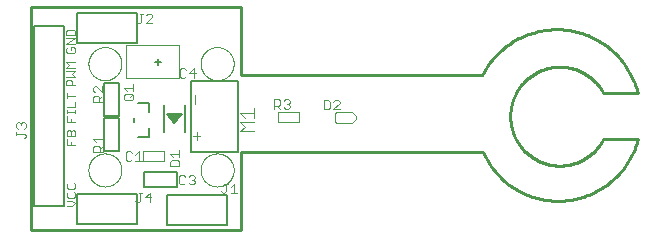
<source format=gto>
G75*
%MOIN*%
%OFA0B0*%
%FSLAX25Y25*%
%IPPOS*%
%LPD*%
%AMOC8*
5,1,8,0,0,1.08239X$1,22.5*
%
%ADD10C,0.01000*%
%ADD11C,0.00300*%
%ADD12C,0.00000*%
%ADD13C,0.00400*%
%ADD14C,0.00500*%
D10*
X0061453Y0072391D02*
X0061453Y0146682D01*
X0131532Y0146682D01*
X0131532Y0123847D01*
X0211847Y0123847D01*
X0211846Y0123847D02*
X0212158Y0124451D01*
X0212484Y0125047D01*
X0212825Y0125635D01*
X0213179Y0126214D01*
X0213548Y0126785D01*
X0213931Y0127346D01*
X0214327Y0127898D01*
X0214737Y0128440D01*
X0215159Y0128972D01*
X0215595Y0129494D01*
X0216043Y0130004D01*
X0216504Y0130504D01*
X0216976Y0130992D01*
X0217460Y0131469D01*
X0217956Y0131933D01*
X0218463Y0132386D01*
X0218981Y0132826D01*
X0219509Y0133253D01*
X0220048Y0133667D01*
X0220597Y0134068D01*
X0221155Y0134455D01*
X0221722Y0134828D01*
X0222299Y0135188D01*
X0222884Y0135533D01*
X0223477Y0135865D01*
X0224078Y0136181D01*
X0224687Y0136483D01*
X0225303Y0136770D01*
X0225926Y0137041D01*
X0226555Y0137298D01*
X0227190Y0137539D01*
X0227831Y0137764D01*
X0228477Y0137974D01*
X0229128Y0138168D01*
X0229784Y0138346D01*
X0230444Y0138508D01*
X0231108Y0138653D01*
X0231775Y0138783D01*
X0232445Y0138896D01*
X0233117Y0138993D01*
X0233792Y0139073D01*
X0234468Y0139137D01*
X0235146Y0139185D01*
X0235825Y0139216D01*
X0236504Y0139230D01*
X0237183Y0139228D01*
X0237863Y0139209D01*
X0238541Y0139173D01*
X0239218Y0139121D01*
X0239894Y0139053D01*
X0240569Y0138968D01*
X0241240Y0138867D01*
X0241910Y0138749D01*
X0242576Y0138615D01*
X0243238Y0138465D01*
X0243897Y0138298D01*
X0244551Y0138116D01*
X0245201Y0137918D01*
X0245846Y0137704D01*
X0246486Y0137474D01*
X0247119Y0137229D01*
X0247747Y0136968D01*
X0248368Y0136692D01*
X0248981Y0136401D01*
X0249588Y0136095D01*
X0250187Y0135775D01*
X0250778Y0135440D01*
X0251361Y0135090D01*
X0251935Y0134727D01*
X0252500Y0134349D01*
X0253056Y0133958D01*
X0253602Y0133554D01*
X0254137Y0133136D01*
X0254663Y0132706D01*
X0255178Y0132262D01*
X0255682Y0131806D01*
X0256174Y0131339D01*
X0256655Y0130859D01*
X0257125Y0130367D01*
X0257582Y0129865D01*
X0258026Y0129351D01*
X0258458Y0128827D01*
X0258877Y0128292D01*
X0259283Y0127747D01*
X0259676Y0127192D01*
X0260055Y0126628D01*
X0260420Y0126055D01*
X0260771Y0125474D01*
X0261107Y0124883D01*
X0261429Y0124285D01*
X0261737Y0123679D01*
X0262029Y0123066D01*
X0262307Y0122446D01*
X0262569Y0121819D01*
X0262816Y0121186D01*
X0263048Y0120547D01*
X0263263Y0119903D01*
X0263463Y0119254D01*
X0263647Y0118600D01*
X0263815Y0117941D01*
X0263816Y0117942D02*
X0252398Y0117942D01*
X0252205Y0118296D01*
X0252005Y0118646D01*
X0251795Y0118990D01*
X0251577Y0119330D01*
X0251351Y0119663D01*
X0251117Y0119992D01*
X0250875Y0120314D01*
X0250625Y0120630D01*
X0250367Y0120940D01*
X0250102Y0121244D01*
X0249830Y0121541D01*
X0249550Y0121832D01*
X0249264Y0122115D01*
X0248970Y0122391D01*
X0248670Y0122661D01*
X0248363Y0122922D01*
X0248050Y0123176D01*
X0247731Y0123423D01*
X0247406Y0123661D01*
X0247075Y0123891D01*
X0246739Y0124114D01*
X0246397Y0124328D01*
X0246050Y0124533D01*
X0245698Y0124730D01*
X0245342Y0124918D01*
X0244981Y0125098D01*
X0244616Y0125268D01*
X0244246Y0125430D01*
X0243873Y0125582D01*
X0243496Y0125726D01*
X0243116Y0125860D01*
X0242733Y0125985D01*
X0242346Y0126100D01*
X0241957Y0126206D01*
X0241566Y0126302D01*
X0241172Y0126388D01*
X0240776Y0126465D01*
X0240379Y0126533D01*
X0239980Y0126590D01*
X0239579Y0126638D01*
X0239178Y0126676D01*
X0238776Y0126704D01*
X0238373Y0126722D01*
X0237970Y0126730D01*
X0237567Y0126729D01*
X0237164Y0126717D01*
X0236761Y0126696D01*
X0236359Y0126665D01*
X0235958Y0126624D01*
X0235558Y0126573D01*
X0235160Y0126513D01*
X0234763Y0126443D01*
X0234368Y0126363D01*
X0233975Y0126273D01*
X0233584Y0126174D01*
X0233196Y0126065D01*
X0232810Y0125947D01*
X0232428Y0125819D01*
X0232049Y0125682D01*
X0231673Y0125536D01*
X0231301Y0125381D01*
X0230933Y0125216D01*
X0230569Y0125043D01*
X0230209Y0124861D01*
X0229854Y0124670D01*
X0229504Y0124470D01*
X0229159Y0124262D01*
X0228819Y0124046D01*
X0228484Y0123821D01*
X0228155Y0123588D01*
X0227832Y0123347D01*
X0227514Y0123098D01*
X0227203Y0122842D01*
X0226898Y0122578D01*
X0226600Y0122307D01*
X0226309Y0122028D01*
X0226024Y0121742D01*
X0225747Y0121450D01*
X0225477Y0121151D01*
X0225214Y0120845D01*
X0224959Y0120533D01*
X0224711Y0120215D01*
X0224471Y0119891D01*
X0224240Y0119561D01*
X0224016Y0119225D01*
X0223801Y0118884D01*
X0223594Y0118538D01*
X0223396Y0118187D01*
X0223206Y0117831D01*
X0223026Y0117471D01*
X0222854Y0117106D01*
X0222691Y0116738D01*
X0222537Y0116365D01*
X0222392Y0115989D01*
X0222256Y0115609D01*
X0222130Y0115226D01*
X0222013Y0114840D01*
X0221906Y0114452D01*
X0221808Y0114061D01*
X0221720Y0113667D01*
X0221642Y0113272D01*
X0221573Y0112874D01*
X0221514Y0112476D01*
X0221465Y0112076D01*
X0221425Y0111674D01*
X0221396Y0111272D01*
X0221376Y0110870D01*
X0221366Y0110467D01*
X0221366Y0110063D01*
X0221376Y0109660D01*
X0221396Y0109258D01*
X0221425Y0108856D01*
X0221465Y0108454D01*
X0221514Y0108054D01*
X0221573Y0107656D01*
X0221642Y0107258D01*
X0221720Y0106863D01*
X0221808Y0106469D01*
X0221906Y0106078D01*
X0222013Y0105690D01*
X0222130Y0105304D01*
X0222256Y0104921D01*
X0222392Y0104541D01*
X0222537Y0104165D01*
X0222691Y0103792D01*
X0222854Y0103424D01*
X0223026Y0103059D01*
X0223206Y0102699D01*
X0223396Y0102343D01*
X0223594Y0101992D01*
X0223801Y0101646D01*
X0224016Y0101305D01*
X0224240Y0100969D01*
X0224471Y0100639D01*
X0224711Y0100315D01*
X0224959Y0099997D01*
X0225214Y0099685D01*
X0225477Y0099379D01*
X0225747Y0099080D01*
X0226024Y0098788D01*
X0226309Y0098502D01*
X0226600Y0098223D01*
X0226898Y0097952D01*
X0227203Y0097688D01*
X0227514Y0097432D01*
X0227832Y0097183D01*
X0228155Y0096942D01*
X0228484Y0096709D01*
X0228819Y0096484D01*
X0229159Y0096268D01*
X0229504Y0096060D01*
X0229854Y0095860D01*
X0230209Y0095669D01*
X0230569Y0095487D01*
X0230933Y0095314D01*
X0231301Y0095149D01*
X0231673Y0094994D01*
X0232049Y0094848D01*
X0232428Y0094711D01*
X0232810Y0094583D01*
X0233196Y0094465D01*
X0233584Y0094356D01*
X0233975Y0094257D01*
X0234368Y0094167D01*
X0234763Y0094087D01*
X0235160Y0094017D01*
X0235558Y0093957D01*
X0235958Y0093906D01*
X0236359Y0093865D01*
X0236761Y0093834D01*
X0237164Y0093813D01*
X0237567Y0093801D01*
X0237970Y0093800D01*
X0238373Y0093808D01*
X0238776Y0093826D01*
X0239178Y0093854D01*
X0239579Y0093892D01*
X0239980Y0093940D01*
X0240379Y0093997D01*
X0240776Y0094065D01*
X0241172Y0094142D01*
X0241566Y0094228D01*
X0241957Y0094324D01*
X0242346Y0094430D01*
X0242733Y0094545D01*
X0243116Y0094670D01*
X0243496Y0094804D01*
X0243873Y0094948D01*
X0244246Y0095100D01*
X0244616Y0095262D01*
X0244981Y0095432D01*
X0245342Y0095612D01*
X0245698Y0095800D01*
X0246050Y0095997D01*
X0246397Y0096202D01*
X0246739Y0096416D01*
X0247075Y0096639D01*
X0247406Y0096869D01*
X0247731Y0097107D01*
X0248050Y0097354D01*
X0248363Y0097608D01*
X0248670Y0097869D01*
X0248970Y0098139D01*
X0249264Y0098415D01*
X0249550Y0098698D01*
X0249830Y0098989D01*
X0250102Y0099286D01*
X0250367Y0099590D01*
X0250625Y0099900D01*
X0250875Y0100216D01*
X0251117Y0100538D01*
X0251351Y0100867D01*
X0251577Y0101200D01*
X0251795Y0101540D01*
X0252005Y0101884D01*
X0252205Y0102234D01*
X0252398Y0102588D01*
X0252398Y0102548D02*
X0263737Y0102587D01*
X0263815Y0102587D02*
X0263639Y0101941D01*
X0263447Y0101299D01*
X0263239Y0100663D01*
X0263016Y0100031D01*
X0262778Y0099405D01*
X0262524Y0098786D01*
X0262256Y0098172D01*
X0261972Y0097566D01*
X0261674Y0096966D01*
X0261361Y0096374D01*
X0261034Y0095790D01*
X0260693Y0095214D01*
X0260337Y0094646D01*
X0259968Y0094087D01*
X0259586Y0093538D01*
X0259190Y0092998D01*
X0258781Y0092467D01*
X0258359Y0091947D01*
X0257925Y0091438D01*
X0257478Y0090939D01*
X0257019Y0090451D01*
X0256549Y0089974D01*
X0256067Y0089509D01*
X0255574Y0089056D01*
X0255070Y0088616D01*
X0254555Y0088187D01*
X0254030Y0087771D01*
X0253495Y0087369D01*
X0252950Y0086979D01*
X0252396Y0086603D01*
X0251833Y0086240D01*
X0251262Y0085892D01*
X0250682Y0085557D01*
X0250094Y0085237D01*
X0249498Y0084931D01*
X0248895Y0084640D01*
X0248285Y0084363D01*
X0247669Y0084102D01*
X0247046Y0083855D01*
X0246417Y0083624D01*
X0245783Y0083409D01*
X0245144Y0083208D01*
X0244501Y0083024D01*
X0243853Y0082855D01*
X0243201Y0082702D01*
X0242545Y0082566D01*
X0241886Y0082445D01*
X0241225Y0082340D01*
X0240561Y0082252D01*
X0239896Y0082179D01*
X0239228Y0082123D01*
X0238560Y0082083D01*
X0237891Y0082060D01*
X0237221Y0082053D01*
X0236551Y0082062D01*
X0235882Y0082088D01*
X0235214Y0082130D01*
X0234547Y0082188D01*
X0233881Y0082263D01*
X0233218Y0082354D01*
X0232557Y0082460D01*
X0231899Y0082583D01*
X0231244Y0082723D01*
X0230592Y0082878D01*
X0229945Y0083048D01*
X0229302Y0083235D01*
X0228663Y0083437D01*
X0228030Y0083655D01*
X0227402Y0083888D01*
X0226780Y0084137D01*
X0226165Y0084400D01*
X0225556Y0084679D01*
X0224954Y0084972D01*
X0224359Y0085280D01*
X0223772Y0085602D01*
X0223193Y0085939D01*
X0222623Y0086289D01*
X0222061Y0086654D01*
X0221508Y0087032D01*
X0220965Y0087423D01*
X0220431Y0087828D01*
X0219908Y0088245D01*
X0219394Y0088675D01*
X0218892Y0089118D01*
X0218400Y0089572D01*
X0217920Y0090039D01*
X0217451Y0090517D01*
X0216994Y0091006D01*
X0216549Y0091507D01*
X0216116Y0092018D01*
X0215696Y0092540D01*
X0215289Y0093071D01*
X0214895Y0093613D01*
X0214514Y0094163D01*
X0214147Y0094723D01*
X0213794Y0095292D01*
X0213454Y0095870D01*
X0213129Y0096455D01*
X0212818Y0097048D01*
X0212522Y0097649D01*
X0212240Y0098256D01*
X0211847Y0098257D02*
X0131532Y0098257D01*
X0131532Y0072391D01*
X0061453Y0072391D01*
D11*
X0073480Y0080208D02*
X0075415Y0080208D01*
X0076382Y0081175D01*
X0075415Y0082143D01*
X0073480Y0082143D01*
X0073963Y0083154D02*
X0075898Y0083154D01*
X0076382Y0083638D01*
X0076382Y0084606D01*
X0075898Y0085089D01*
X0075898Y0086101D02*
X0076382Y0086585D01*
X0076382Y0087552D01*
X0075898Y0088036D01*
X0073963Y0088036D02*
X0073480Y0087552D01*
X0073480Y0086585D01*
X0073963Y0086101D01*
X0075898Y0086101D01*
X0073963Y0085089D02*
X0073480Y0084606D01*
X0073480Y0083638D01*
X0073963Y0083154D01*
X0073519Y0100759D02*
X0073519Y0102694D01*
X0073519Y0103706D02*
X0073519Y0105157D01*
X0074003Y0105641D01*
X0074487Y0105641D01*
X0074970Y0105157D01*
X0074970Y0103706D01*
X0074970Y0105157D02*
X0075454Y0105641D01*
X0075938Y0105641D01*
X0076422Y0105157D01*
X0076422Y0103706D01*
X0073519Y0103706D01*
X0074970Y0101727D02*
X0074970Y0100759D01*
X0073519Y0100759D02*
X0076422Y0100759D01*
X0076422Y0108318D02*
X0073519Y0108318D01*
X0073519Y0110253D01*
X0073519Y0111265D02*
X0073519Y0112232D01*
X0073519Y0111748D02*
X0076422Y0111748D01*
X0076422Y0111265D02*
X0076422Y0112232D01*
X0076422Y0113229D02*
X0076422Y0115164D01*
X0076422Y0113229D02*
X0073519Y0113229D01*
X0073519Y0116175D02*
X0073519Y0118110D01*
X0073519Y0117143D02*
X0076422Y0117143D01*
X0076225Y0120523D02*
X0073322Y0120523D01*
X0073322Y0121974D01*
X0073806Y0122458D01*
X0074773Y0122458D01*
X0075257Y0121974D01*
X0075257Y0120523D01*
X0076225Y0123469D02*
X0075257Y0124437D01*
X0076225Y0125404D01*
X0073322Y0125404D01*
X0073322Y0126416D02*
X0074290Y0127383D01*
X0073322Y0128351D01*
X0076225Y0128351D01*
X0076225Y0126416D02*
X0073322Y0126416D01*
X0073322Y0123469D02*
X0076225Y0123469D01*
X0075859Y0131310D02*
X0076343Y0131794D01*
X0076343Y0132761D01*
X0075859Y0133245D01*
X0074892Y0133245D01*
X0074892Y0132278D01*
X0073924Y0131310D02*
X0075859Y0131310D01*
X0073924Y0131310D02*
X0073440Y0131794D01*
X0073440Y0132761D01*
X0073924Y0133245D01*
X0073440Y0134257D02*
X0076343Y0136192D01*
X0073440Y0136192D01*
X0073440Y0137203D02*
X0073440Y0138655D01*
X0073924Y0139138D01*
X0075859Y0139138D01*
X0076343Y0138655D01*
X0076343Y0137203D01*
X0073440Y0137203D01*
X0073440Y0134257D02*
X0076343Y0134257D01*
X0074970Y0109286D02*
X0074970Y0108318D01*
X0098928Y0098178D02*
X0098928Y0095678D01*
X0098930Y0095634D01*
X0098936Y0095591D01*
X0098945Y0095549D01*
X0098958Y0095507D01*
X0098975Y0095467D01*
X0098995Y0095428D01*
X0099018Y0095391D01*
X0099045Y0095357D01*
X0099074Y0095324D01*
X0099107Y0095295D01*
X0099141Y0095268D01*
X0099178Y0095245D01*
X0099217Y0095225D01*
X0099257Y0095208D01*
X0099299Y0095195D01*
X0099341Y0095186D01*
X0099384Y0095180D01*
X0099428Y0095178D01*
X0105428Y0095178D01*
X0105472Y0095180D01*
X0105515Y0095186D01*
X0105557Y0095195D01*
X0105599Y0095208D01*
X0105639Y0095225D01*
X0105678Y0095245D01*
X0105715Y0095268D01*
X0105749Y0095295D01*
X0105782Y0095324D01*
X0105811Y0095357D01*
X0105838Y0095391D01*
X0105861Y0095428D01*
X0105881Y0095467D01*
X0105898Y0095507D01*
X0105911Y0095549D01*
X0105920Y0095591D01*
X0105926Y0095634D01*
X0105928Y0095678D01*
X0105928Y0098178D01*
X0105926Y0098222D01*
X0105920Y0098265D01*
X0105911Y0098307D01*
X0105898Y0098349D01*
X0105881Y0098389D01*
X0105861Y0098428D01*
X0105838Y0098465D01*
X0105811Y0098499D01*
X0105782Y0098532D01*
X0105749Y0098561D01*
X0105715Y0098588D01*
X0105678Y0098611D01*
X0105639Y0098631D01*
X0105599Y0098648D01*
X0105557Y0098661D01*
X0105515Y0098670D01*
X0105472Y0098676D01*
X0105428Y0098678D01*
X0099428Y0098678D01*
X0099384Y0098676D01*
X0099341Y0098670D01*
X0099299Y0098661D01*
X0099257Y0098648D01*
X0099217Y0098631D01*
X0099178Y0098611D01*
X0099141Y0098588D01*
X0099107Y0098561D01*
X0099074Y0098532D01*
X0099045Y0098499D01*
X0099018Y0098465D01*
X0098995Y0098428D01*
X0098975Y0098389D01*
X0098958Y0098349D01*
X0098945Y0098307D01*
X0098936Y0098265D01*
X0098930Y0098222D01*
X0098928Y0098178D01*
X0115639Y0103617D02*
X0118107Y0103617D01*
X0116873Y0102383D02*
X0116873Y0104852D01*
X0143898Y0108818D02*
X0143898Y0111318D01*
X0143900Y0111362D01*
X0143906Y0111405D01*
X0143915Y0111447D01*
X0143928Y0111489D01*
X0143945Y0111529D01*
X0143965Y0111568D01*
X0143988Y0111605D01*
X0144015Y0111639D01*
X0144044Y0111672D01*
X0144077Y0111701D01*
X0144111Y0111728D01*
X0144148Y0111751D01*
X0144187Y0111771D01*
X0144227Y0111788D01*
X0144269Y0111801D01*
X0144311Y0111810D01*
X0144354Y0111816D01*
X0144398Y0111818D01*
X0150398Y0111818D01*
X0150442Y0111816D01*
X0150485Y0111810D01*
X0150527Y0111801D01*
X0150569Y0111788D01*
X0150609Y0111771D01*
X0150648Y0111751D01*
X0150685Y0111728D01*
X0150719Y0111701D01*
X0150752Y0111672D01*
X0150781Y0111639D01*
X0150808Y0111605D01*
X0150831Y0111568D01*
X0150851Y0111529D01*
X0150868Y0111489D01*
X0150881Y0111447D01*
X0150890Y0111405D01*
X0150896Y0111362D01*
X0150898Y0111318D01*
X0150898Y0108818D01*
X0150896Y0108774D01*
X0150890Y0108731D01*
X0150881Y0108689D01*
X0150868Y0108647D01*
X0150851Y0108607D01*
X0150831Y0108568D01*
X0150808Y0108531D01*
X0150781Y0108497D01*
X0150752Y0108464D01*
X0150719Y0108435D01*
X0150685Y0108408D01*
X0150648Y0108385D01*
X0150609Y0108365D01*
X0150569Y0108348D01*
X0150527Y0108335D01*
X0150485Y0108326D01*
X0150442Y0108320D01*
X0150398Y0108318D01*
X0144398Y0108318D01*
X0144354Y0108320D01*
X0144311Y0108326D01*
X0144269Y0108335D01*
X0144227Y0108348D01*
X0144187Y0108365D01*
X0144148Y0108385D01*
X0144111Y0108408D01*
X0144077Y0108435D01*
X0144044Y0108464D01*
X0144015Y0108497D01*
X0143988Y0108531D01*
X0143965Y0108568D01*
X0143945Y0108607D01*
X0143928Y0108647D01*
X0143915Y0108689D01*
X0143906Y0108731D01*
X0143900Y0108774D01*
X0143898Y0108818D01*
X0162993Y0108621D02*
X0162993Y0111121D01*
X0162995Y0111165D01*
X0163001Y0111208D01*
X0163010Y0111250D01*
X0163023Y0111292D01*
X0163040Y0111332D01*
X0163060Y0111371D01*
X0163083Y0111408D01*
X0163110Y0111442D01*
X0163139Y0111475D01*
X0163172Y0111504D01*
X0163206Y0111531D01*
X0163243Y0111554D01*
X0163282Y0111574D01*
X0163322Y0111591D01*
X0163364Y0111604D01*
X0163406Y0111613D01*
X0163449Y0111619D01*
X0163493Y0111621D01*
X0168743Y0111621D01*
X0169993Y0110371D01*
X0169993Y0109371D01*
X0168743Y0108121D01*
X0163493Y0108121D01*
X0163449Y0108123D01*
X0163406Y0108129D01*
X0163364Y0108138D01*
X0163322Y0108151D01*
X0163282Y0108168D01*
X0163243Y0108188D01*
X0163206Y0108211D01*
X0163172Y0108238D01*
X0163139Y0108267D01*
X0163110Y0108300D01*
X0163083Y0108334D01*
X0163060Y0108371D01*
X0163040Y0108410D01*
X0163023Y0108450D01*
X0163010Y0108492D01*
X0163001Y0108534D01*
X0162995Y0108577D01*
X0162993Y0108621D01*
D12*
X0118146Y0092351D02*
X0118148Y0092499D01*
X0118154Y0092647D01*
X0118164Y0092795D01*
X0118178Y0092942D01*
X0118196Y0093089D01*
X0118217Y0093235D01*
X0118243Y0093381D01*
X0118273Y0093526D01*
X0118306Y0093670D01*
X0118344Y0093813D01*
X0118385Y0093955D01*
X0118430Y0094096D01*
X0118478Y0094236D01*
X0118531Y0094375D01*
X0118587Y0094512D01*
X0118647Y0094647D01*
X0118710Y0094781D01*
X0118777Y0094913D01*
X0118848Y0095043D01*
X0118922Y0095171D01*
X0118999Y0095297D01*
X0119080Y0095421D01*
X0119164Y0095543D01*
X0119251Y0095662D01*
X0119342Y0095779D01*
X0119436Y0095894D01*
X0119532Y0096006D01*
X0119632Y0096116D01*
X0119734Y0096222D01*
X0119840Y0096326D01*
X0119948Y0096427D01*
X0120059Y0096525D01*
X0120172Y0096621D01*
X0120288Y0096713D01*
X0120406Y0096802D01*
X0120527Y0096887D01*
X0120650Y0096970D01*
X0120775Y0097049D01*
X0120902Y0097125D01*
X0121031Y0097197D01*
X0121162Y0097266D01*
X0121295Y0097331D01*
X0121430Y0097392D01*
X0121566Y0097450D01*
X0121703Y0097505D01*
X0121842Y0097555D01*
X0121983Y0097602D01*
X0122124Y0097645D01*
X0122267Y0097685D01*
X0122411Y0097720D01*
X0122555Y0097752D01*
X0122701Y0097779D01*
X0122847Y0097803D01*
X0122994Y0097823D01*
X0123141Y0097839D01*
X0123288Y0097851D01*
X0123436Y0097859D01*
X0123584Y0097863D01*
X0123732Y0097863D01*
X0123880Y0097859D01*
X0124028Y0097851D01*
X0124175Y0097839D01*
X0124322Y0097823D01*
X0124469Y0097803D01*
X0124615Y0097779D01*
X0124761Y0097752D01*
X0124905Y0097720D01*
X0125049Y0097685D01*
X0125192Y0097645D01*
X0125333Y0097602D01*
X0125474Y0097555D01*
X0125613Y0097505D01*
X0125750Y0097450D01*
X0125886Y0097392D01*
X0126021Y0097331D01*
X0126154Y0097266D01*
X0126285Y0097197D01*
X0126414Y0097125D01*
X0126541Y0097049D01*
X0126666Y0096970D01*
X0126789Y0096887D01*
X0126910Y0096802D01*
X0127028Y0096713D01*
X0127144Y0096621D01*
X0127257Y0096525D01*
X0127368Y0096427D01*
X0127476Y0096326D01*
X0127582Y0096222D01*
X0127684Y0096116D01*
X0127784Y0096006D01*
X0127880Y0095894D01*
X0127974Y0095779D01*
X0128065Y0095662D01*
X0128152Y0095543D01*
X0128236Y0095421D01*
X0128317Y0095297D01*
X0128394Y0095171D01*
X0128468Y0095043D01*
X0128539Y0094913D01*
X0128606Y0094781D01*
X0128669Y0094647D01*
X0128729Y0094512D01*
X0128785Y0094375D01*
X0128838Y0094236D01*
X0128886Y0094096D01*
X0128931Y0093955D01*
X0128972Y0093813D01*
X0129010Y0093670D01*
X0129043Y0093526D01*
X0129073Y0093381D01*
X0129099Y0093235D01*
X0129120Y0093089D01*
X0129138Y0092942D01*
X0129152Y0092795D01*
X0129162Y0092647D01*
X0129168Y0092499D01*
X0129170Y0092351D01*
X0129168Y0092203D01*
X0129162Y0092055D01*
X0129152Y0091907D01*
X0129138Y0091760D01*
X0129120Y0091613D01*
X0129099Y0091467D01*
X0129073Y0091321D01*
X0129043Y0091176D01*
X0129010Y0091032D01*
X0128972Y0090889D01*
X0128931Y0090747D01*
X0128886Y0090606D01*
X0128838Y0090466D01*
X0128785Y0090327D01*
X0128729Y0090190D01*
X0128669Y0090055D01*
X0128606Y0089921D01*
X0128539Y0089789D01*
X0128468Y0089659D01*
X0128394Y0089531D01*
X0128317Y0089405D01*
X0128236Y0089281D01*
X0128152Y0089159D01*
X0128065Y0089040D01*
X0127974Y0088923D01*
X0127880Y0088808D01*
X0127784Y0088696D01*
X0127684Y0088586D01*
X0127582Y0088480D01*
X0127476Y0088376D01*
X0127368Y0088275D01*
X0127257Y0088177D01*
X0127144Y0088081D01*
X0127028Y0087989D01*
X0126910Y0087900D01*
X0126789Y0087815D01*
X0126666Y0087732D01*
X0126541Y0087653D01*
X0126414Y0087577D01*
X0126285Y0087505D01*
X0126154Y0087436D01*
X0126021Y0087371D01*
X0125886Y0087310D01*
X0125750Y0087252D01*
X0125613Y0087197D01*
X0125474Y0087147D01*
X0125333Y0087100D01*
X0125192Y0087057D01*
X0125049Y0087017D01*
X0124905Y0086982D01*
X0124761Y0086950D01*
X0124615Y0086923D01*
X0124469Y0086899D01*
X0124322Y0086879D01*
X0124175Y0086863D01*
X0124028Y0086851D01*
X0123880Y0086843D01*
X0123732Y0086839D01*
X0123584Y0086839D01*
X0123436Y0086843D01*
X0123288Y0086851D01*
X0123141Y0086863D01*
X0122994Y0086879D01*
X0122847Y0086899D01*
X0122701Y0086923D01*
X0122555Y0086950D01*
X0122411Y0086982D01*
X0122267Y0087017D01*
X0122124Y0087057D01*
X0121983Y0087100D01*
X0121842Y0087147D01*
X0121703Y0087197D01*
X0121566Y0087252D01*
X0121430Y0087310D01*
X0121295Y0087371D01*
X0121162Y0087436D01*
X0121031Y0087505D01*
X0120902Y0087577D01*
X0120775Y0087653D01*
X0120650Y0087732D01*
X0120527Y0087815D01*
X0120406Y0087900D01*
X0120288Y0087989D01*
X0120172Y0088081D01*
X0120059Y0088177D01*
X0119948Y0088275D01*
X0119840Y0088376D01*
X0119734Y0088480D01*
X0119632Y0088586D01*
X0119532Y0088696D01*
X0119436Y0088808D01*
X0119342Y0088923D01*
X0119251Y0089040D01*
X0119164Y0089159D01*
X0119080Y0089281D01*
X0118999Y0089405D01*
X0118922Y0089531D01*
X0118848Y0089659D01*
X0118777Y0089789D01*
X0118710Y0089921D01*
X0118647Y0090055D01*
X0118587Y0090190D01*
X0118531Y0090327D01*
X0118478Y0090466D01*
X0118430Y0090606D01*
X0118385Y0090747D01*
X0118344Y0090889D01*
X0118306Y0091032D01*
X0118273Y0091176D01*
X0118243Y0091321D01*
X0118217Y0091467D01*
X0118196Y0091613D01*
X0118178Y0091760D01*
X0118164Y0091907D01*
X0118154Y0092055D01*
X0118148Y0092203D01*
X0118146Y0092351D01*
X0080745Y0092351D02*
X0080747Y0092499D01*
X0080753Y0092647D01*
X0080763Y0092795D01*
X0080777Y0092942D01*
X0080795Y0093089D01*
X0080816Y0093235D01*
X0080842Y0093381D01*
X0080872Y0093526D01*
X0080905Y0093670D01*
X0080943Y0093813D01*
X0080984Y0093955D01*
X0081029Y0094096D01*
X0081077Y0094236D01*
X0081130Y0094375D01*
X0081186Y0094512D01*
X0081246Y0094647D01*
X0081309Y0094781D01*
X0081376Y0094913D01*
X0081447Y0095043D01*
X0081521Y0095171D01*
X0081598Y0095297D01*
X0081679Y0095421D01*
X0081763Y0095543D01*
X0081850Y0095662D01*
X0081941Y0095779D01*
X0082035Y0095894D01*
X0082131Y0096006D01*
X0082231Y0096116D01*
X0082333Y0096222D01*
X0082439Y0096326D01*
X0082547Y0096427D01*
X0082658Y0096525D01*
X0082771Y0096621D01*
X0082887Y0096713D01*
X0083005Y0096802D01*
X0083126Y0096887D01*
X0083249Y0096970D01*
X0083374Y0097049D01*
X0083501Y0097125D01*
X0083630Y0097197D01*
X0083761Y0097266D01*
X0083894Y0097331D01*
X0084029Y0097392D01*
X0084165Y0097450D01*
X0084302Y0097505D01*
X0084441Y0097555D01*
X0084582Y0097602D01*
X0084723Y0097645D01*
X0084866Y0097685D01*
X0085010Y0097720D01*
X0085154Y0097752D01*
X0085300Y0097779D01*
X0085446Y0097803D01*
X0085593Y0097823D01*
X0085740Y0097839D01*
X0085887Y0097851D01*
X0086035Y0097859D01*
X0086183Y0097863D01*
X0086331Y0097863D01*
X0086479Y0097859D01*
X0086627Y0097851D01*
X0086774Y0097839D01*
X0086921Y0097823D01*
X0087068Y0097803D01*
X0087214Y0097779D01*
X0087360Y0097752D01*
X0087504Y0097720D01*
X0087648Y0097685D01*
X0087791Y0097645D01*
X0087932Y0097602D01*
X0088073Y0097555D01*
X0088212Y0097505D01*
X0088349Y0097450D01*
X0088485Y0097392D01*
X0088620Y0097331D01*
X0088753Y0097266D01*
X0088884Y0097197D01*
X0089013Y0097125D01*
X0089140Y0097049D01*
X0089265Y0096970D01*
X0089388Y0096887D01*
X0089509Y0096802D01*
X0089627Y0096713D01*
X0089743Y0096621D01*
X0089856Y0096525D01*
X0089967Y0096427D01*
X0090075Y0096326D01*
X0090181Y0096222D01*
X0090283Y0096116D01*
X0090383Y0096006D01*
X0090479Y0095894D01*
X0090573Y0095779D01*
X0090664Y0095662D01*
X0090751Y0095543D01*
X0090835Y0095421D01*
X0090916Y0095297D01*
X0090993Y0095171D01*
X0091067Y0095043D01*
X0091138Y0094913D01*
X0091205Y0094781D01*
X0091268Y0094647D01*
X0091328Y0094512D01*
X0091384Y0094375D01*
X0091437Y0094236D01*
X0091485Y0094096D01*
X0091530Y0093955D01*
X0091571Y0093813D01*
X0091609Y0093670D01*
X0091642Y0093526D01*
X0091672Y0093381D01*
X0091698Y0093235D01*
X0091719Y0093089D01*
X0091737Y0092942D01*
X0091751Y0092795D01*
X0091761Y0092647D01*
X0091767Y0092499D01*
X0091769Y0092351D01*
X0091767Y0092203D01*
X0091761Y0092055D01*
X0091751Y0091907D01*
X0091737Y0091760D01*
X0091719Y0091613D01*
X0091698Y0091467D01*
X0091672Y0091321D01*
X0091642Y0091176D01*
X0091609Y0091032D01*
X0091571Y0090889D01*
X0091530Y0090747D01*
X0091485Y0090606D01*
X0091437Y0090466D01*
X0091384Y0090327D01*
X0091328Y0090190D01*
X0091268Y0090055D01*
X0091205Y0089921D01*
X0091138Y0089789D01*
X0091067Y0089659D01*
X0090993Y0089531D01*
X0090916Y0089405D01*
X0090835Y0089281D01*
X0090751Y0089159D01*
X0090664Y0089040D01*
X0090573Y0088923D01*
X0090479Y0088808D01*
X0090383Y0088696D01*
X0090283Y0088586D01*
X0090181Y0088480D01*
X0090075Y0088376D01*
X0089967Y0088275D01*
X0089856Y0088177D01*
X0089743Y0088081D01*
X0089627Y0087989D01*
X0089509Y0087900D01*
X0089388Y0087815D01*
X0089265Y0087732D01*
X0089140Y0087653D01*
X0089013Y0087577D01*
X0088884Y0087505D01*
X0088753Y0087436D01*
X0088620Y0087371D01*
X0088485Y0087310D01*
X0088349Y0087252D01*
X0088212Y0087197D01*
X0088073Y0087147D01*
X0087932Y0087100D01*
X0087791Y0087057D01*
X0087648Y0087017D01*
X0087504Y0086982D01*
X0087360Y0086950D01*
X0087214Y0086923D01*
X0087068Y0086899D01*
X0086921Y0086879D01*
X0086774Y0086863D01*
X0086627Y0086851D01*
X0086479Y0086843D01*
X0086331Y0086839D01*
X0086183Y0086839D01*
X0086035Y0086843D01*
X0085887Y0086851D01*
X0085740Y0086863D01*
X0085593Y0086879D01*
X0085446Y0086899D01*
X0085300Y0086923D01*
X0085154Y0086950D01*
X0085010Y0086982D01*
X0084866Y0087017D01*
X0084723Y0087057D01*
X0084582Y0087100D01*
X0084441Y0087147D01*
X0084302Y0087197D01*
X0084165Y0087252D01*
X0084029Y0087310D01*
X0083894Y0087371D01*
X0083761Y0087436D01*
X0083630Y0087505D01*
X0083501Y0087577D01*
X0083374Y0087653D01*
X0083249Y0087732D01*
X0083126Y0087815D01*
X0083005Y0087900D01*
X0082887Y0087989D01*
X0082771Y0088081D01*
X0082658Y0088177D01*
X0082547Y0088275D01*
X0082439Y0088376D01*
X0082333Y0088480D01*
X0082231Y0088586D01*
X0082131Y0088696D01*
X0082035Y0088808D01*
X0081941Y0088923D01*
X0081850Y0089040D01*
X0081763Y0089159D01*
X0081679Y0089281D01*
X0081598Y0089405D01*
X0081521Y0089531D01*
X0081447Y0089659D01*
X0081376Y0089789D01*
X0081309Y0089921D01*
X0081246Y0090055D01*
X0081186Y0090190D01*
X0081130Y0090327D01*
X0081077Y0090466D01*
X0081029Y0090606D01*
X0080984Y0090747D01*
X0080943Y0090889D01*
X0080905Y0091032D01*
X0080872Y0091176D01*
X0080842Y0091321D01*
X0080816Y0091467D01*
X0080795Y0091613D01*
X0080777Y0091760D01*
X0080763Y0091907D01*
X0080753Y0092055D01*
X0080747Y0092203D01*
X0080745Y0092351D01*
X0080745Y0127784D02*
X0080747Y0127932D01*
X0080753Y0128080D01*
X0080763Y0128228D01*
X0080777Y0128375D01*
X0080795Y0128522D01*
X0080816Y0128668D01*
X0080842Y0128814D01*
X0080872Y0128959D01*
X0080905Y0129103D01*
X0080943Y0129246D01*
X0080984Y0129388D01*
X0081029Y0129529D01*
X0081077Y0129669D01*
X0081130Y0129808D01*
X0081186Y0129945D01*
X0081246Y0130080D01*
X0081309Y0130214D01*
X0081376Y0130346D01*
X0081447Y0130476D01*
X0081521Y0130604D01*
X0081598Y0130730D01*
X0081679Y0130854D01*
X0081763Y0130976D01*
X0081850Y0131095D01*
X0081941Y0131212D01*
X0082035Y0131327D01*
X0082131Y0131439D01*
X0082231Y0131549D01*
X0082333Y0131655D01*
X0082439Y0131759D01*
X0082547Y0131860D01*
X0082658Y0131958D01*
X0082771Y0132054D01*
X0082887Y0132146D01*
X0083005Y0132235D01*
X0083126Y0132320D01*
X0083249Y0132403D01*
X0083374Y0132482D01*
X0083501Y0132558D01*
X0083630Y0132630D01*
X0083761Y0132699D01*
X0083894Y0132764D01*
X0084029Y0132825D01*
X0084165Y0132883D01*
X0084302Y0132938D01*
X0084441Y0132988D01*
X0084582Y0133035D01*
X0084723Y0133078D01*
X0084866Y0133118D01*
X0085010Y0133153D01*
X0085154Y0133185D01*
X0085300Y0133212D01*
X0085446Y0133236D01*
X0085593Y0133256D01*
X0085740Y0133272D01*
X0085887Y0133284D01*
X0086035Y0133292D01*
X0086183Y0133296D01*
X0086331Y0133296D01*
X0086479Y0133292D01*
X0086627Y0133284D01*
X0086774Y0133272D01*
X0086921Y0133256D01*
X0087068Y0133236D01*
X0087214Y0133212D01*
X0087360Y0133185D01*
X0087504Y0133153D01*
X0087648Y0133118D01*
X0087791Y0133078D01*
X0087932Y0133035D01*
X0088073Y0132988D01*
X0088212Y0132938D01*
X0088349Y0132883D01*
X0088485Y0132825D01*
X0088620Y0132764D01*
X0088753Y0132699D01*
X0088884Y0132630D01*
X0089013Y0132558D01*
X0089140Y0132482D01*
X0089265Y0132403D01*
X0089388Y0132320D01*
X0089509Y0132235D01*
X0089627Y0132146D01*
X0089743Y0132054D01*
X0089856Y0131958D01*
X0089967Y0131860D01*
X0090075Y0131759D01*
X0090181Y0131655D01*
X0090283Y0131549D01*
X0090383Y0131439D01*
X0090479Y0131327D01*
X0090573Y0131212D01*
X0090664Y0131095D01*
X0090751Y0130976D01*
X0090835Y0130854D01*
X0090916Y0130730D01*
X0090993Y0130604D01*
X0091067Y0130476D01*
X0091138Y0130346D01*
X0091205Y0130214D01*
X0091268Y0130080D01*
X0091328Y0129945D01*
X0091384Y0129808D01*
X0091437Y0129669D01*
X0091485Y0129529D01*
X0091530Y0129388D01*
X0091571Y0129246D01*
X0091609Y0129103D01*
X0091642Y0128959D01*
X0091672Y0128814D01*
X0091698Y0128668D01*
X0091719Y0128522D01*
X0091737Y0128375D01*
X0091751Y0128228D01*
X0091761Y0128080D01*
X0091767Y0127932D01*
X0091769Y0127784D01*
X0091767Y0127636D01*
X0091761Y0127488D01*
X0091751Y0127340D01*
X0091737Y0127193D01*
X0091719Y0127046D01*
X0091698Y0126900D01*
X0091672Y0126754D01*
X0091642Y0126609D01*
X0091609Y0126465D01*
X0091571Y0126322D01*
X0091530Y0126180D01*
X0091485Y0126039D01*
X0091437Y0125899D01*
X0091384Y0125760D01*
X0091328Y0125623D01*
X0091268Y0125488D01*
X0091205Y0125354D01*
X0091138Y0125222D01*
X0091067Y0125092D01*
X0090993Y0124964D01*
X0090916Y0124838D01*
X0090835Y0124714D01*
X0090751Y0124592D01*
X0090664Y0124473D01*
X0090573Y0124356D01*
X0090479Y0124241D01*
X0090383Y0124129D01*
X0090283Y0124019D01*
X0090181Y0123913D01*
X0090075Y0123809D01*
X0089967Y0123708D01*
X0089856Y0123610D01*
X0089743Y0123514D01*
X0089627Y0123422D01*
X0089509Y0123333D01*
X0089388Y0123248D01*
X0089265Y0123165D01*
X0089140Y0123086D01*
X0089013Y0123010D01*
X0088884Y0122938D01*
X0088753Y0122869D01*
X0088620Y0122804D01*
X0088485Y0122743D01*
X0088349Y0122685D01*
X0088212Y0122630D01*
X0088073Y0122580D01*
X0087932Y0122533D01*
X0087791Y0122490D01*
X0087648Y0122450D01*
X0087504Y0122415D01*
X0087360Y0122383D01*
X0087214Y0122356D01*
X0087068Y0122332D01*
X0086921Y0122312D01*
X0086774Y0122296D01*
X0086627Y0122284D01*
X0086479Y0122276D01*
X0086331Y0122272D01*
X0086183Y0122272D01*
X0086035Y0122276D01*
X0085887Y0122284D01*
X0085740Y0122296D01*
X0085593Y0122312D01*
X0085446Y0122332D01*
X0085300Y0122356D01*
X0085154Y0122383D01*
X0085010Y0122415D01*
X0084866Y0122450D01*
X0084723Y0122490D01*
X0084582Y0122533D01*
X0084441Y0122580D01*
X0084302Y0122630D01*
X0084165Y0122685D01*
X0084029Y0122743D01*
X0083894Y0122804D01*
X0083761Y0122869D01*
X0083630Y0122938D01*
X0083501Y0123010D01*
X0083374Y0123086D01*
X0083249Y0123165D01*
X0083126Y0123248D01*
X0083005Y0123333D01*
X0082887Y0123422D01*
X0082771Y0123514D01*
X0082658Y0123610D01*
X0082547Y0123708D01*
X0082439Y0123809D01*
X0082333Y0123913D01*
X0082231Y0124019D01*
X0082131Y0124129D01*
X0082035Y0124241D01*
X0081941Y0124356D01*
X0081850Y0124473D01*
X0081763Y0124592D01*
X0081679Y0124714D01*
X0081598Y0124838D01*
X0081521Y0124964D01*
X0081447Y0125092D01*
X0081376Y0125222D01*
X0081309Y0125354D01*
X0081246Y0125488D01*
X0081186Y0125623D01*
X0081130Y0125760D01*
X0081077Y0125899D01*
X0081029Y0126039D01*
X0080984Y0126180D01*
X0080943Y0126322D01*
X0080905Y0126465D01*
X0080872Y0126609D01*
X0080842Y0126754D01*
X0080816Y0126900D01*
X0080795Y0127046D01*
X0080777Y0127193D01*
X0080763Y0127340D01*
X0080753Y0127488D01*
X0080747Y0127636D01*
X0080745Y0127784D01*
X0118146Y0127784D02*
X0118148Y0127932D01*
X0118154Y0128080D01*
X0118164Y0128228D01*
X0118178Y0128375D01*
X0118196Y0128522D01*
X0118217Y0128668D01*
X0118243Y0128814D01*
X0118273Y0128959D01*
X0118306Y0129103D01*
X0118344Y0129246D01*
X0118385Y0129388D01*
X0118430Y0129529D01*
X0118478Y0129669D01*
X0118531Y0129808D01*
X0118587Y0129945D01*
X0118647Y0130080D01*
X0118710Y0130214D01*
X0118777Y0130346D01*
X0118848Y0130476D01*
X0118922Y0130604D01*
X0118999Y0130730D01*
X0119080Y0130854D01*
X0119164Y0130976D01*
X0119251Y0131095D01*
X0119342Y0131212D01*
X0119436Y0131327D01*
X0119532Y0131439D01*
X0119632Y0131549D01*
X0119734Y0131655D01*
X0119840Y0131759D01*
X0119948Y0131860D01*
X0120059Y0131958D01*
X0120172Y0132054D01*
X0120288Y0132146D01*
X0120406Y0132235D01*
X0120527Y0132320D01*
X0120650Y0132403D01*
X0120775Y0132482D01*
X0120902Y0132558D01*
X0121031Y0132630D01*
X0121162Y0132699D01*
X0121295Y0132764D01*
X0121430Y0132825D01*
X0121566Y0132883D01*
X0121703Y0132938D01*
X0121842Y0132988D01*
X0121983Y0133035D01*
X0122124Y0133078D01*
X0122267Y0133118D01*
X0122411Y0133153D01*
X0122555Y0133185D01*
X0122701Y0133212D01*
X0122847Y0133236D01*
X0122994Y0133256D01*
X0123141Y0133272D01*
X0123288Y0133284D01*
X0123436Y0133292D01*
X0123584Y0133296D01*
X0123732Y0133296D01*
X0123880Y0133292D01*
X0124028Y0133284D01*
X0124175Y0133272D01*
X0124322Y0133256D01*
X0124469Y0133236D01*
X0124615Y0133212D01*
X0124761Y0133185D01*
X0124905Y0133153D01*
X0125049Y0133118D01*
X0125192Y0133078D01*
X0125333Y0133035D01*
X0125474Y0132988D01*
X0125613Y0132938D01*
X0125750Y0132883D01*
X0125886Y0132825D01*
X0126021Y0132764D01*
X0126154Y0132699D01*
X0126285Y0132630D01*
X0126414Y0132558D01*
X0126541Y0132482D01*
X0126666Y0132403D01*
X0126789Y0132320D01*
X0126910Y0132235D01*
X0127028Y0132146D01*
X0127144Y0132054D01*
X0127257Y0131958D01*
X0127368Y0131860D01*
X0127476Y0131759D01*
X0127582Y0131655D01*
X0127684Y0131549D01*
X0127784Y0131439D01*
X0127880Y0131327D01*
X0127974Y0131212D01*
X0128065Y0131095D01*
X0128152Y0130976D01*
X0128236Y0130854D01*
X0128317Y0130730D01*
X0128394Y0130604D01*
X0128468Y0130476D01*
X0128539Y0130346D01*
X0128606Y0130214D01*
X0128669Y0130080D01*
X0128729Y0129945D01*
X0128785Y0129808D01*
X0128838Y0129669D01*
X0128886Y0129529D01*
X0128931Y0129388D01*
X0128972Y0129246D01*
X0129010Y0129103D01*
X0129043Y0128959D01*
X0129073Y0128814D01*
X0129099Y0128668D01*
X0129120Y0128522D01*
X0129138Y0128375D01*
X0129152Y0128228D01*
X0129162Y0128080D01*
X0129168Y0127932D01*
X0129170Y0127784D01*
X0129168Y0127636D01*
X0129162Y0127488D01*
X0129152Y0127340D01*
X0129138Y0127193D01*
X0129120Y0127046D01*
X0129099Y0126900D01*
X0129073Y0126754D01*
X0129043Y0126609D01*
X0129010Y0126465D01*
X0128972Y0126322D01*
X0128931Y0126180D01*
X0128886Y0126039D01*
X0128838Y0125899D01*
X0128785Y0125760D01*
X0128729Y0125623D01*
X0128669Y0125488D01*
X0128606Y0125354D01*
X0128539Y0125222D01*
X0128468Y0125092D01*
X0128394Y0124964D01*
X0128317Y0124838D01*
X0128236Y0124714D01*
X0128152Y0124592D01*
X0128065Y0124473D01*
X0127974Y0124356D01*
X0127880Y0124241D01*
X0127784Y0124129D01*
X0127684Y0124019D01*
X0127582Y0123913D01*
X0127476Y0123809D01*
X0127368Y0123708D01*
X0127257Y0123610D01*
X0127144Y0123514D01*
X0127028Y0123422D01*
X0126910Y0123333D01*
X0126789Y0123248D01*
X0126666Y0123165D01*
X0126541Y0123086D01*
X0126414Y0123010D01*
X0126285Y0122938D01*
X0126154Y0122869D01*
X0126021Y0122804D01*
X0125886Y0122743D01*
X0125750Y0122685D01*
X0125613Y0122630D01*
X0125474Y0122580D01*
X0125333Y0122533D01*
X0125192Y0122490D01*
X0125049Y0122450D01*
X0124905Y0122415D01*
X0124761Y0122383D01*
X0124615Y0122356D01*
X0124469Y0122332D01*
X0124322Y0122312D01*
X0124175Y0122296D01*
X0124028Y0122284D01*
X0123880Y0122276D01*
X0123732Y0122272D01*
X0123584Y0122272D01*
X0123436Y0122276D01*
X0123288Y0122284D01*
X0123141Y0122296D01*
X0122994Y0122312D01*
X0122847Y0122332D01*
X0122701Y0122356D01*
X0122555Y0122383D01*
X0122411Y0122415D01*
X0122267Y0122450D01*
X0122124Y0122490D01*
X0121983Y0122533D01*
X0121842Y0122580D01*
X0121703Y0122630D01*
X0121566Y0122685D01*
X0121430Y0122743D01*
X0121295Y0122804D01*
X0121162Y0122869D01*
X0121031Y0122938D01*
X0120902Y0123010D01*
X0120775Y0123086D01*
X0120650Y0123165D01*
X0120527Y0123248D01*
X0120406Y0123333D01*
X0120288Y0123422D01*
X0120172Y0123514D01*
X0120059Y0123610D01*
X0119948Y0123708D01*
X0119840Y0123809D01*
X0119734Y0123913D01*
X0119632Y0124019D01*
X0119532Y0124129D01*
X0119436Y0124241D01*
X0119342Y0124356D01*
X0119251Y0124473D01*
X0119164Y0124592D01*
X0119080Y0124714D01*
X0118999Y0124838D01*
X0118922Y0124964D01*
X0118848Y0125092D01*
X0118777Y0125222D01*
X0118710Y0125354D01*
X0118647Y0125488D01*
X0118587Y0125623D01*
X0118531Y0125760D01*
X0118478Y0125899D01*
X0118430Y0126039D01*
X0118385Y0126180D01*
X0118344Y0126322D01*
X0118306Y0126465D01*
X0118273Y0126609D01*
X0118243Y0126754D01*
X0118217Y0126900D01*
X0118196Y0127046D01*
X0118178Y0127193D01*
X0118164Y0127340D01*
X0118154Y0127488D01*
X0118148Y0127636D01*
X0118146Y0127784D01*
D13*
X0115966Y0126174D02*
X0114415Y0124622D01*
X0116483Y0124622D01*
X0115966Y0123071D02*
X0115966Y0126174D01*
X0113261Y0125656D02*
X0112743Y0126174D01*
X0111709Y0126174D01*
X0111192Y0125656D01*
X0111192Y0123588D01*
X0111709Y0123071D01*
X0112743Y0123071D01*
X0113261Y0123588D01*
X0110814Y0122934D02*
X0110814Y0133934D01*
X0093314Y0133934D01*
X0093314Y0122934D01*
X0110814Y0122934D01*
X0116373Y0117313D02*
X0116373Y0114244D01*
X0131394Y0111328D02*
X0135998Y0111328D01*
X0135998Y0112862D02*
X0135998Y0109793D01*
X0135998Y0108258D02*
X0131394Y0108258D01*
X0132928Y0106724D01*
X0131394Y0105189D01*
X0135998Y0105189D01*
X0132928Y0109793D02*
X0131394Y0111328D01*
X0142598Y0112768D02*
X0142598Y0115870D01*
X0144150Y0115870D01*
X0144667Y0115353D01*
X0144667Y0114319D01*
X0144150Y0113802D01*
X0142598Y0113802D01*
X0143633Y0113802D02*
X0144667Y0112768D01*
X0145821Y0113285D02*
X0146338Y0112768D01*
X0147372Y0112768D01*
X0147889Y0113285D01*
X0147889Y0113802D01*
X0147372Y0114319D01*
X0146855Y0114319D01*
X0147372Y0114319D02*
X0147889Y0114836D01*
X0147889Y0115353D01*
X0147372Y0115870D01*
X0146338Y0115870D01*
X0145821Y0115353D01*
X0159193Y0115674D02*
X0159193Y0112571D01*
X0160744Y0112571D01*
X0161261Y0113088D01*
X0161261Y0115156D01*
X0160744Y0115674D01*
X0159193Y0115674D01*
X0162416Y0115156D02*
X0162933Y0115674D01*
X0163967Y0115674D01*
X0164484Y0115156D01*
X0164484Y0114639D01*
X0162416Y0112571D01*
X0164484Y0112571D01*
X0129327Y0087764D02*
X0129327Y0084661D01*
X0128293Y0084661D02*
X0130361Y0084661D01*
X0128293Y0086730D02*
X0129327Y0087764D01*
X0127139Y0087764D02*
X0126104Y0087764D01*
X0126621Y0087764D02*
X0126621Y0085179D01*
X0126104Y0084661D01*
X0125587Y0084661D01*
X0125070Y0085179D01*
X0116208Y0088076D02*
X0115691Y0087559D01*
X0114656Y0087559D01*
X0114139Y0088076D01*
X0112985Y0088076D02*
X0112468Y0087559D01*
X0111434Y0087559D01*
X0110917Y0088076D01*
X0110917Y0090145D01*
X0111434Y0090662D01*
X0112468Y0090662D01*
X0112985Y0090145D01*
X0114139Y0090145D02*
X0114656Y0090662D01*
X0115691Y0090662D01*
X0116208Y0090145D01*
X0116208Y0089627D01*
X0115691Y0089110D01*
X0116208Y0088593D01*
X0116208Y0088076D01*
X0115691Y0089110D02*
X0115174Y0089110D01*
X0111060Y0093572D02*
X0111060Y0095124D01*
X0110543Y0095641D01*
X0108475Y0095641D01*
X0107958Y0095124D01*
X0107958Y0093572D01*
X0111060Y0093572D01*
X0111060Y0096795D02*
X0111060Y0098863D01*
X0111060Y0097829D02*
X0107958Y0097829D01*
X0108992Y0096795D01*
X0098480Y0095415D02*
X0096412Y0095415D01*
X0097446Y0095415D02*
X0097446Y0098518D01*
X0096412Y0097484D01*
X0095257Y0098001D02*
X0094740Y0098518D01*
X0093706Y0098518D01*
X0093189Y0098001D01*
X0093189Y0095932D01*
X0093706Y0095415D01*
X0094740Y0095415D01*
X0095257Y0095932D01*
X0085482Y0098407D02*
X0082379Y0098407D01*
X0082379Y0099959D01*
X0082896Y0100476D01*
X0083930Y0100476D01*
X0084448Y0099959D01*
X0084448Y0098407D01*
X0084448Y0099442D02*
X0085482Y0100476D01*
X0085482Y0101630D02*
X0085482Y0103699D01*
X0085482Y0102664D02*
X0082379Y0102664D01*
X0083413Y0101630D01*
X0084343Y0115023D02*
X0084343Y0116574D01*
X0083826Y0117091D01*
X0082792Y0117091D01*
X0082275Y0116574D01*
X0082275Y0115023D01*
X0085377Y0115023D01*
X0084343Y0116057D02*
X0085377Y0117091D01*
X0085377Y0118246D02*
X0083309Y0120314D01*
X0082792Y0120314D01*
X0082275Y0119797D01*
X0082275Y0118763D01*
X0082792Y0118246D01*
X0085377Y0118246D02*
X0085377Y0120314D01*
X0092527Y0119831D02*
X0095629Y0119831D01*
X0095629Y0118797D02*
X0095629Y0120865D01*
X0093561Y0118797D02*
X0092527Y0119831D01*
X0093044Y0117643D02*
X0095112Y0117643D01*
X0095629Y0117126D01*
X0095629Y0116091D01*
X0095112Y0115574D01*
X0093044Y0115574D01*
X0092527Y0116091D01*
X0092527Y0117126D01*
X0093044Y0117643D01*
X0094595Y0116608D02*
X0095629Y0117643D01*
X0097320Y0141315D02*
X0097837Y0141315D01*
X0098354Y0141832D01*
X0098354Y0144418D01*
X0097837Y0144418D02*
X0098871Y0144418D01*
X0100025Y0143900D02*
X0100542Y0144418D01*
X0101576Y0144418D01*
X0102094Y0143900D01*
X0102094Y0143383D01*
X0100025Y0141315D01*
X0102094Y0141315D01*
X0097320Y0141315D02*
X0096802Y0141832D01*
X0059777Y0107699D02*
X0059260Y0108216D01*
X0058743Y0108216D01*
X0058226Y0107699D01*
X0058226Y0107182D01*
X0058226Y0107699D02*
X0057709Y0108216D01*
X0057191Y0108216D01*
X0056674Y0107699D01*
X0056674Y0106665D01*
X0057191Y0106148D01*
X0056674Y0104994D02*
X0056674Y0103959D01*
X0056674Y0104477D02*
X0059260Y0104477D01*
X0059777Y0103959D01*
X0059777Y0103442D01*
X0059260Y0102925D01*
X0059260Y0106148D02*
X0059777Y0106665D01*
X0059777Y0107699D01*
X0096409Y0082147D02*
X0096926Y0081630D01*
X0097443Y0081630D01*
X0097960Y0082147D01*
X0097960Y0084733D01*
X0097443Y0084733D02*
X0098477Y0084733D01*
X0099631Y0083181D02*
X0101700Y0083181D01*
X0101183Y0081630D02*
X0101183Y0084733D01*
X0099631Y0083181D01*
D14*
X0096965Y0084359D02*
X0096965Y0074359D01*
X0076965Y0074359D01*
X0076965Y0084359D01*
X0096965Y0084359D01*
X0099142Y0086702D02*
X0099142Y0091702D01*
X0110142Y0091702D01*
X0110142Y0086702D01*
X0099142Y0086702D01*
X0106808Y0084162D02*
X0126808Y0084162D01*
X0126808Y0074162D01*
X0106808Y0074162D01*
X0106808Y0084162D01*
X0114938Y0098296D02*
X0114938Y0121918D01*
X0130686Y0121918D01*
X0130686Y0098296D01*
X0114938Y0098296D01*
X0112906Y0105085D02*
X0112906Y0114085D01*
X0111906Y0111085D02*
X0107906Y0111085D01*
X0110906Y0110585D01*
X0109406Y0109085D01*
X0108406Y0110585D01*
X0108906Y0110585D01*
X0109906Y0110085D01*
X0109406Y0110085D01*
X0109406Y0109585D02*
X0108906Y0110585D01*
X0110406Y0110585D01*
X0109906Y0110085D01*
X0109406Y0109585D01*
X0109406Y0108585D02*
X0107906Y0111085D01*
X0107406Y0111085D01*
X0111406Y0110585D01*
X0109406Y0108585D01*
X0109406Y0108085D02*
X0107406Y0111085D01*
X0106906Y0111085D01*
X0109406Y0108085D01*
X0111906Y0111085D01*
X0105906Y0114085D02*
X0105906Y0105085D01*
X0100833Y0106176D02*
X0100833Y0103176D01*
X0097333Y0103176D01*
X0095833Y0108176D02*
X0095833Y0109676D01*
X0091089Y0109515D02*
X0091089Y0098515D01*
X0086089Y0098515D01*
X0086089Y0109515D01*
X0091089Y0109515D01*
X0091089Y0110296D02*
X0086089Y0110296D01*
X0086089Y0121296D01*
X0091089Y0121296D01*
X0091089Y0110296D01*
X0097333Y0114676D02*
X0100833Y0114676D01*
X0100833Y0111676D01*
X0103814Y0127434D02*
X0103814Y0129434D01*
X0104814Y0128434D02*
X0102814Y0128434D01*
X0097005Y0134713D02*
X0077005Y0134713D01*
X0077005Y0144713D01*
X0097005Y0144713D01*
X0097005Y0134713D01*
X0072477Y0140225D02*
X0072477Y0080225D01*
X0062477Y0080225D01*
X0062477Y0140225D01*
X0072477Y0140225D01*
M02*

</source>
